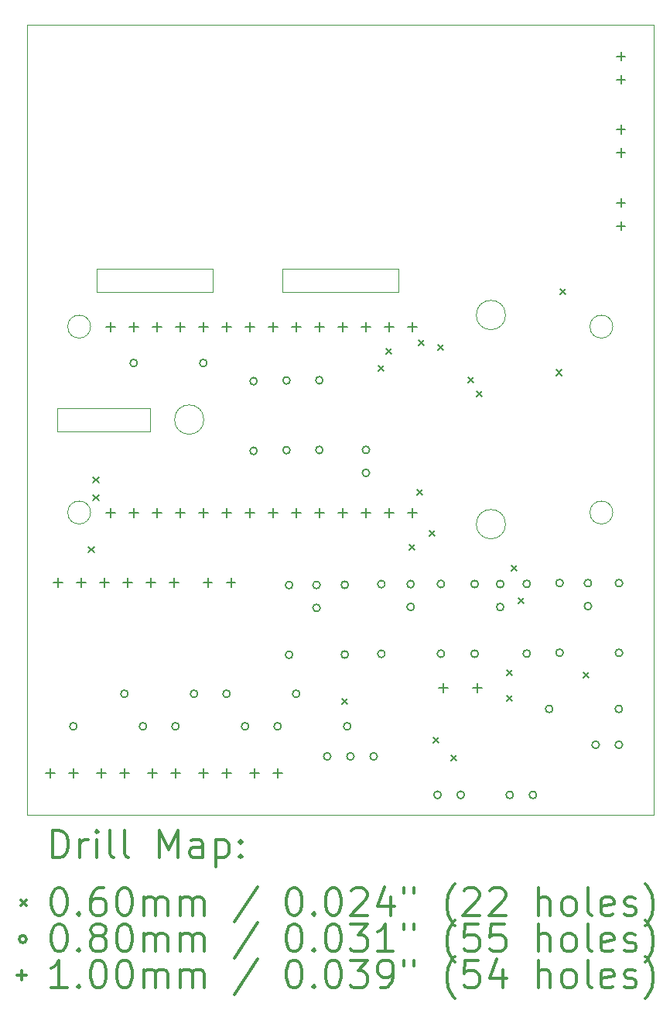
<source format=gbr>
%FSLAX45Y45*%
G04 Gerber Fmt 4.5, Leading zero omitted, Abs format (unit mm)*
G04 Created by KiCad (PCBNEW (5.1.4)-1) date 2019-12-13 15:42:25*
%MOMM*%
%LPD*%
G04 APERTURE LIST*
%ADD10C,0.100000*%
%ADD11C,0.200000*%
%ADD12C,0.300000*%
G04 APERTURE END LIST*
D10*
X4475460Y-6858000D02*
G75*
G03X4475460Y-6858000I-160000J0D01*
G01*
X3236500Y-5842000D02*
G75*
G03X3236500Y-5842000I-125000J0D01*
G01*
X3236500Y-7874000D02*
G75*
G03X3236500Y-7874000I-125000J0D01*
G01*
X8951500Y-5842000D02*
G75*
G03X8951500Y-5842000I-125000J0D01*
G01*
X7777460Y-5715000D02*
G75*
G03X7777460Y-5715000I-160000J0D01*
G01*
X7777460Y-8001000D02*
G75*
G03X7777460Y-8001000I-160000J0D01*
G01*
X8951500Y-7874000D02*
G75*
G03X8951500Y-7874000I-125000J0D01*
G01*
X4572600Y-5207000D02*
X4572600Y-5461000D01*
X3302600Y-5207000D02*
X3302600Y-5461000D01*
X3302600Y-5207000D02*
X4572600Y-5207000D01*
X3302600Y-5461000D02*
X4572600Y-5461000D01*
X5334000Y-5461000D02*
X5334000Y-5207000D01*
X6604000Y-5207000D02*
X6604000Y-5461000D01*
X5334000Y-5207000D02*
X6604000Y-5207000D01*
X5334000Y-5461000D02*
X6604000Y-5461000D01*
X2870200Y-6985000D02*
X3886200Y-6985000D01*
X3886200Y-6731000D02*
X2870200Y-6731000D01*
X2870200Y-6731000D02*
X2870200Y-6985000D01*
X2540000Y-11176000D02*
X9398000Y-11176000D01*
X9398000Y-2540000D02*
X9398000Y-11176000D01*
X2540000Y-2540000D02*
X2540000Y-11176000D01*
X3886200Y-6731000D02*
X3886200Y-6985000D01*
X2540000Y-2540000D02*
X9398000Y-2540000D01*
D11*
X3214500Y-8248368D02*
X3274500Y-8308368D01*
X3274500Y-8248368D02*
X3214500Y-8308368D01*
X3264957Y-7680065D02*
X3324957Y-7740065D01*
X3324957Y-7680065D02*
X3264957Y-7740065D01*
X3265142Y-7484880D02*
X3325142Y-7544880D01*
X3325142Y-7484880D02*
X3265142Y-7544880D01*
X5987703Y-9911241D02*
X6047703Y-9971241D01*
X6047703Y-9911241D02*
X5987703Y-9971241D01*
X6386000Y-6269000D02*
X6446000Y-6329000D01*
X6446000Y-6269000D02*
X6386000Y-6329000D01*
X6472500Y-6085000D02*
X6532500Y-6145000D01*
X6532500Y-6085000D02*
X6472500Y-6145000D01*
X6726000Y-8223000D02*
X6786000Y-8283000D01*
X6786000Y-8223000D02*
X6726000Y-8283000D01*
X6807500Y-7620000D02*
X6867500Y-7680000D01*
X6867500Y-7620000D02*
X6807500Y-7680000D01*
X6823972Y-5987500D02*
X6883972Y-6047500D01*
X6883972Y-5987500D02*
X6823972Y-6047500D01*
X6945000Y-8067500D02*
X7005000Y-8127500D01*
X7005000Y-8067500D02*
X6945000Y-8127500D01*
X6985418Y-10328820D02*
X7045418Y-10388820D01*
X7045418Y-10328820D02*
X6985418Y-10388820D01*
X7040000Y-6038986D02*
X7100000Y-6098986D01*
X7100000Y-6038986D02*
X7040000Y-6098986D01*
X7183281Y-10526937D02*
X7243281Y-10586937D01*
X7243281Y-10526937D02*
X7183281Y-10586937D01*
X7364000Y-6396000D02*
X7424000Y-6456000D01*
X7424000Y-6396000D02*
X7364000Y-6456000D01*
X7463000Y-6548600D02*
X7523000Y-6608600D01*
X7523000Y-6548600D02*
X7463000Y-6608600D01*
X7793000Y-9596800D02*
X7853000Y-9656800D01*
X7853000Y-9596800D02*
X7793000Y-9656800D01*
X7793000Y-9876200D02*
X7853000Y-9936200D01*
X7853000Y-9876200D02*
X7793000Y-9936200D01*
X7844000Y-8453600D02*
X7904000Y-8513600D01*
X7904000Y-8453600D02*
X7844000Y-8513600D01*
X7920200Y-8809200D02*
X7980200Y-8869200D01*
X7980200Y-8809200D02*
X7920200Y-8869200D01*
X8336000Y-6314000D02*
X8396000Y-6374000D01*
X8396000Y-6314000D02*
X8336000Y-6374000D01*
X8377400Y-5431000D02*
X8437400Y-5491000D01*
X8437400Y-5431000D02*
X8377400Y-5491000D01*
X8631400Y-9622000D02*
X8691400Y-9682000D01*
X8691400Y-9622000D02*
X8631400Y-9682000D01*
X7863000Y-10960000D02*
G75*
G03X7863000Y-10960000I-40000J0D01*
G01*
X8117000Y-10960000D02*
G75*
G03X8117000Y-10960000I-40000J0D01*
G01*
X8049000Y-8654000D02*
G75*
G03X8049000Y-8654000I-40000J0D01*
G01*
X8049000Y-9416000D02*
G75*
G03X8049000Y-9416000I-40000J0D01*
G01*
X8719000Y-8646000D02*
G75*
G03X8719000Y-8646000I-40000J0D01*
G01*
X8719000Y-8896000D02*
G75*
G03X8719000Y-8896000I-40000J0D01*
G01*
X3748000Y-6240000D02*
G75*
G03X3748000Y-6240000I-40000J0D01*
G01*
X4510000Y-6240000D02*
G75*
G03X4510000Y-6240000I-40000J0D01*
G01*
X9059000Y-8646000D02*
G75*
G03X9059000Y-8646000I-40000J0D01*
G01*
X9059000Y-9408000D02*
G75*
G03X9059000Y-9408000I-40000J0D01*
G01*
X5323200Y-10210800D02*
G75*
G03X5323200Y-10210800I-40000J0D01*
G01*
X6085200Y-10210800D02*
G75*
G03X6085200Y-10210800I-40000J0D01*
G01*
X5749000Y-8666000D02*
G75*
G03X5749000Y-8666000I-40000J0D01*
G01*
X5749000Y-8916000D02*
G75*
G03X5749000Y-8916000I-40000J0D01*
G01*
X8803000Y-10412500D02*
G75*
G03X8803000Y-10412500I-40000J0D01*
G01*
X9057000Y-10412500D02*
G75*
G03X9057000Y-10412500I-40000J0D01*
G01*
X5060000Y-6438000D02*
G75*
G03X5060000Y-6438000I-40000J0D01*
G01*
X5060000Y-7200000D02*
G75*
G03X5060000Y-7200000I-40000J0D01*
G01*
X7479000Y-8656000D02*
G75*
G03X7479000Y-8656000I-40000J0D01*
G01*
X7479000Y-9418000D02*
G75*
G03X7479000Y-9418000I-40000J0D01*
G01*
X8409000Y-8644000D02*
G75*
G03X8409000Y-8644000I-40000J0D01*
G01*
X8409000Y-9406000D02*
G75*
G03X8409000Y-9406000I-40000J0D01*
G01*
X4764400Y-9855200D02*
G75*
G03X4764400Y-9855200I-40000J0D01*
G01*
X5526400Y-9855200D02*
G75*
G03X5526400Y-9855200I-40000J0D01*
G01*
X5449000Y-8666000D02*
G75*
G03X5449000Y-8666000I-40000J0D01*
G01*
X5449000Y-9428000D02*
G75*
G03X5449000Y-9428000I-40000J0D01*
G01*
X6459000Y-8656000D02*
G75*
G03X6459000Y-8656000I-40000J0D01*
G01*
X6459000Y-9418000D02*
G75*
G03X6459000Y-9418000I-40000J0D01*
G01*
X8295000Y-10020000D02*
G75*
G03X8295000Y-10020000I-40000J0D01*
G01*
X9057000Y-10020000D02*
G75*
G03X9057000Y-10020000I-40000J0D01*
G01*
X3646800Y-9855200D02*
G75*
G03X3646800Y-9855200I-40000J0D01*
G01*
X4408800Y-9855200D02*
G75*
G03X4408800Y-9855200I-40000J0D01*
G01*
X4205600Y-10210800D02*
G75*
G03X4205600Y-10210800I-40000J0D01*
G01*
X4967600Y-10210800D02*
G75*
G03X4967600Y-10210800I-40000J0D01*
G01*
X6059000Y-8664000D02*
G75*
G03X6059000Y-8664000I-40000J0D01*
G01*
X6059000Y-9426000D02*
G75*
G03X6059000Y-9426000I-40000J0D01*
G01*
X7110000Y-8655000D02*
G75*
G03X7110000Y-8655000I-40000J0D01*
G01*
X7110000Y-9417000D02*
G75*
G03X7110000Y-9417000I-40000J0D01*
G01*
X7759000Y-8656000D02*
G75*
G03X7759000Y-8656000I-40000J0D01*
G01*
X7759000Y-8906000D02*
G75*
G03X7759000Y-8906000I-40000J0D01*
G01*
X5780000Y-6428000D02*
G75*
G03X5780000Y-6428000I-40000J0D01*
G01*
X5780000Y-7190000D02*
G75*
G03X5780000Y-7190000I-40000J0D01*
G01*
X6779000Y-8656000D02*
G75*
G03X6779000Y-8656000I-40000J0D01*
G01*
X6779000Y-8906000D02*
G75*
G03X6779000Y-8906000I-40000J0D01*
G01*
X7073000Y-10960000D02*
G75*
G03X7073000Y-10960000I-40000J0D01*
G01*
X7327000Y-10960000D02*
G75*
G03X7327000Y-10960000I-40000J0D01*
G01*
X5420000Y-6430000D02*
G75*
G03X5420000Y-6430000I-40000J0D01*
G01*
X5420000Y-7192000D02*
G75*
G03X5420000Y-7192000I-40000J0D01*
G01*
X3088000Y-10210800D02*
G75*
G03X3088000Y-10210800I-40000J0D01*
G01*
X3850000Y-10210800D02*
G75*
G03X3850000Y-10210800I-40000J0D01*
G01*
X6290000Y-7190000D02*
G75*
G03X6290000Y-7190000I-40000J0D01*
G01*
X6290000Y-7440000D02*
G75*
G03X6290000Y-7440000I-40000J0D01*
G01*
X5866000Y-10540000D02*
G75*
G03X5866000Y-10540000I-40000J0D01*
G01*
X6120000Y-10540000D02*
G75*
G03X6120000Y-10540000I-40000J0D01*
G01*
X6374000Y-10540000D02*
G75*
G03X6374000Y-10540000I-40000J0D01*
G01*
X7095236Y-9737890D02*
X7095236Y-9837890D01*
X7045236Y-9787890D02*
X7145236Y-9787890D01*
X7470256Y-9738398D02*
X7470256Y-9838398D01*
X7420256Y-9788398D02*
X7520256Y-9788398D01*
X5029200Y-10668800D02*
X5029200Y-10768800D01*
X4979200Y-10718800D02*
X5079200Y-10718800D01*
X5283200Y-10668800D02*
X5283200Y-10768800D01*
X5233200Y-10718800D02*
X5333200Y-10718800D01*
X4470400Y-10668800D02*
X4470400Y-10768800D01*
X4420400Y-10718800D02*
X4520400Y-10718800D01*
X4724400Y-10668800D02*
X4724400Y-10768800D01*
X4674400Y-10718800D02*
X4774400Y-10718800D01*
X3911600Y-10668800D02*
X3911600Y-10768800D01*
X3861600Y-10718800D02*
X3961600Y-10718800D01*
X4165600Y-10668800D02*
X4165600Y-10768800D01*
X4115600Y-10718800D02*
X4215600Y-10718800D01*
X4519000Y-8586000D02*
X4519000Y-8686000D01*
X4469000Y-8636000D02*
X4569000Y-8636000D01*
X4773000Y-8586000D02*
X4773000Y-8686000D01*
X4723000Y-8636000D02*
X4823000Y-8636000D01*
X3454500Y-5792000D02*
X3454500Y-5892000D01*
X3404500Y-5842000D02*
X3504500Y-5842000D01*
X3454500Y-7824000D02*
X3454500Y-7924000D01*
X3404500Y-7874000D02*
X3504500Y-7874000D01*
X3708500Y-5792000D02*
X3708500Y-5892000D01*
X3658500Y-5842000D02*
X3758500Y-5842000D01*
X3708500Y-7824000D02*
X3708500Y-7924000D01*
X3658500Y-7874000D02*
X3758500Y-7874000D01*
X3962500Y-5792000D02*
X3962500Y-5892000D01*
X3912500Y-5842000D02*
X4012500Y-5842000D01*
X3962500Y-7824000D02*
X3962500Y-7924000D01*
X3912500Y-7874000D02*
X4012500Y-7874000D01*
X4216500Y-5792000D02*
X4216500Y-5892000D01*
X4166500Y-5842000D02*
X4266500Y-5842000D01*
X4216500Y-7824000D02*
X4216500Y-7924000D01*
X4166500Y-7874000D02*
X4266500Y-7874000D01*
X4470500Y-5792000D02*
X4470500Y-5892000D01*
X4420500Y-5842000D02*
X4520500Y-5842000D01*
X4470500Y-7824000D02*
X4470500Y-7924000D01*
X4420500Y-7874000D02*
X4520500Y-7874000D01*
X4724500Y-5792000D02*
X4724500Y-5892000D01*
X4674500Y-5842000D02*
X4774500Y-5842000D01*
X4724500Y-7824000D02*
X4724500Y-7924000D01*
X4674500Y-7874000D02*
X4774500Y-7874000D01*
X4978500Y-5792000D02*
X4978500Y-5892000D01*
X4928500Y-5842000D02*
X5028500Y-5842000D01*
X4978500Y-7824000D02*
X4978500Y-7924000D01*
X4928500Y-7874000D02*
X5028500Y-7874000D01*
X5232500Y-5792000D02*
X5232500Y-5892000D01*
X5182500Y-5842000D02*
X5282500Y-5842000D01*
X5232500Y-7824000D02*
X5232500Y-7924000D01*
X5182500Y-7874000D02*
X5282500Y-7874000D01*
X5486500Y-5792000D02*
X5486500Y-5892000D01*
X5436500Y-5842000D02*
X5536500Y-5842000D01*
X5486500Y-7824000D02*
X5486500Y-7924000D01*
X5436500Y-7874000D02*
X5536500Y-7874000D01*
X5740500Y-5792000D02*
X5740500Y-5892000D01*
X5690500Y-5842000D02*
X5790500Y-5842000D01*
X5740500Y-7824000D02*
X5740500Y-7924000D01*
X5690500Y-7874000D02*
X5790500Y-7874000D01*
X5994500Y-5792000D02*
X5994500Y-5892000D01*
X5944500Y-5842000D02*
X6044500Y-5842000D01*
X5994500Y-7824000D02*
X5994500Y-7924000D01*
X5944500Y-7874000D02*
X6044500Y-7874000D01*
X6248500Y-5792000D02*
X6248500Y-5892000D01*
X6198500Y-5842000D02*
X6298500Y-5842000D01*
X6248500Y-7824000D02*
X6248500Y-7924000D01*
X6198500Y-7874000D02*
X6298500Y-7874000D01*
X6502500Y-5792000D02*
X6502500Y-5892000D01*
X6452500Y-5842000D02*
X6552500Y-5842000D01*
X6502500Y-7824000D02*
X6502500Y-7924000D01*
X6452500Y-7874000D02*
X6552500Y-7874000D01*
X6756500Y-5792000D02*
X6756500Y-5892000D01*
X6706500Y-5842000D02*
X6806500Y-5842000D01*
X6756500Y-7824000D02*
X6756500Y-7924000D01*
X6706500Y-7874000D02*
X6806500Y-7874000D01*
X9040000Y-3636000D02*
X9040000Y-3736000D01*
X8990000Y-3686000D02*
X9090000Y-3686000D01*
X9040000Y-3890000D02*
X9040000Y-3990000D01*
X8990000Y-3940000D02*
X9090000Y-3940000D01*
X2883000Y-8586000D02*
X2883000Y-8686000D01*
X2833000Y-8636000D02*
X2933000Y-8636000D01*
X3137000Y-8586000D02*
X3137000Y-8686000D01*
X3087000Y-8636000D02*
X3187000Y-8636000D01*
X3391000Y-8586000D02*
X3391000Y-8686000D01*
X3341000Y-8636000D02*
X3441000Y-8636000D01*
X3645000Y-8586000D02*
X3645000Y-8686000D01*
X3595000Y-8636000D02*
X3695000Y-8636000D01*
X3899000Y-8586000D02*
X3899000Y-8686000D01*
X3849000Y-8636000D02*
X3949000Y-8636000D01*
X4153000Y-8586000D02*
X4153000Y-8686000D01*
X4103000Y-8636000D02*
X4203000Y-8636000D01*
X3352800Y-10668800D02*
X3352800Y-10768800D01*
X3302800Y-10718800D02*
X3402800Y-10718800D01*
X3606800Y-10668800D02*
X3606800Y-10768800D01*
X3556800Y-10718800D02*
X3656800Y-10718800D01*
X9040000Y-4436000D02*
X9040000Y-4536000D01*
X8990000Y-4486000D02*
X9090000Y-4486000D01*
X9040000Y-4690000D02*
X9040000Y-4790000D01*
X8990000Y-4740000D02*
X9090000Y-4740000D01*
X2794000Y-10668800D02*
X2794000Y-10768800D01*
X2744000Y-10718800D02*
X2844000Y-10718800D01*
X3048000Y-10668800D02*
X3048000Y-10768800D01*
X2998000Y-10718800D02*
X3098000Y-10718800D01*
X9040000Y-2836000D02*
X9040000Y-2936000D01*
X8990000Y-2886000D02*
X9090000Y-2886000D01*
X9040000Y-3090000D02*
X9040000Y-3190000D01*
X8990000Y-3140000D02*
X9090000Y-3140000D01*
D12*
X2821428Y-11646714D02*
X2821428Y-11346714D01*
X2892857Y-11346714D01*
X2935714Y-11361000D01*
X2964286Y-11389571D01*
X2978571Y-11418143D01*
X2992857Y-11475286D01*
X2992857Y-11518143D01*
X2978571Y-11575286D01*
X2964286Y-11603857D01*
X2935714Y-11632429D01*
X2892857Y-11646714D01*
X2821428Y-11646714D01*
X3121428Y-11646714D02*
X3121428Y-11446714D01*
X3121428Y-11503857D02*
X3135714Y-11475286D01*
X3150000Y-11461000D01*
X3178571Y-11446714D01*
X3207143Y-11446714D01*
X3307143Y-11646714D02*
X3307143Y-11446714D01*
X3307143Y-11346714D02*
X3292857Y-11361000D01*
X3307143Y-11375286D01*
X3321428Y-11361000D01*
X3307143Y-11346714D01*
X3307143Y-11375286D01*
X3492857Y-11646714D02*
X3464286Y-11632429D01*
X3450000Y-11603857D01*
X3450000Y-11346714D01*
X3650000Y-11646714D02*
X3621428Y-11632429D01*
X3607143Y-11603857D01*
X3607143Y-11346714D01*
X3992857Y-11646714D02*
X3992857Y-11346714D01*
X4092857Y-11561000D01*
X4192857Y-11346714D01*
X4192857Y-11646714D01*
X4464286Y-11646714D02*
X4464286Y-11489571D01*
X4450000Y-11461000D01*
X4421428Y-11446714D01*
X4364286Y-11446714D01*
X4335714Y-11461000D01*
X4464286Y-11632429D02*
X4435714Y-11646714D01*
X4364286Y-11646714D01*
X4335714Y-11632429D01*
X4321428Y-11603857D01*
X4321428Y-11575286D01*
X4335714Y-11546714D01*
X4364286Y-11532429D01*
X4435714Y-11532429D01*
X4464286Y-11518143D01*
X4607143Y-11446714D02*
X4607143Y-11746714D01*
X4607143Y-11461000D02*
X4635714Y-11446714D01*
X4692857Y-11446714D01*
X4721428Y-11461000D01*
X4735714Y-11475286D01*
X4750000Y-11503857D01*
X4750000Y-11589571D01*
X4735714Y-11618143D01*
X4721428Y-11632429D01*
X4692857Y-11646714D01*
X4635714Y-11646714D01*
X4607143Y-11632429D01*
X4878571Y-11618143D02*
X4892857Y-11632429D01*
X4878571Y-11646714D01*
X4864286Y-11632429D01*
X4878571Y-11618143D01*
X4878571Y-11646714D01*
X4878571Y-11461000D02*
X4892857Y-11475286D01*
X4878571Y-11489571D01*
X4864286Y-11475286D01*
X4878571Y-11461000D01*
X4878571Y-11489571D01*
X2475000Y-12111000D02*
X2535000Y-12171000D01*
X2535000Y-12111000D02*
X2475000Y-12171000D01*
X2878571Y-11976714D02*
X2907143Y-11976714D01*
X2935714Y-11991000D01*
X2950000Y-12005286D01*
X2964286Y-12033857D01*
X2978571Y-12091000D01*
X2978571Y-12162429D01*
X2964286Y-12219571D01*
X2950000Y-12248143D01*
X2935714Y-12262429D01*
X2907143Y-12276714D01*
X2878571Y-12276714D01*
X2850000Y-12262429D01*
X2835714Y-12248143D01*
X2821428Y-12219571D01*
X2807143Y-12162429D01*
X2807143Y-12091000D01*
X2821428Y-12033857D01*
X2835714Y-12005286D01*
X2850000Y-11991000D01*
X2878571Y-11976714D01*
X3107143Y-12248143D02*
X3121428Y-12262429D01*
X3107143Y-12276714D01*
X3092857Y-12262429D01*
X3107143Y-12248143D01*
X3107143Y-12276714D01*
X3378571Y-11976714D02*
X3321428Y-11976714D01*
X3292857Y-11991000D01*
X3278571Y-12005286D01*
X3250000Y-12048143D01*
X3235714Y-12105286D01*
X3235714Y-12219571D01*
X3250000Y-12248143D01*
X3264286Y-12262429D01*
X3292857Y-12276714D01*
X3350000Y-12276714D01*
X3378571Y-12262429D01*
X3392857Y-12248143D01*
X3407143Y-12219571D01*
X3407143Y-12148143D01*
X3392857Y-12119571D01*
X3378571Y-12105286D01*
X3350000Y-12091000D01*
X3292857Y-12091000D01*
X3264286Y-12105286D01*
X3250000Y-12119571D01*
X3235714Y-12148143D01*
X3592857Y-11976714D02*
X3621428Y-11976714D01*
X3650000Y-11991000D01*
X3664286Y-12005286D01*
X3678571Y-12033857D01*
X3692857Y-12091000D01*
X3692857Y-12162429D01*
X3678571Y-12219571D01*
X3664286Y-12248143D01*
X3650000Y-12262429D01*
X3621428Y-12276714D01*
X3592857Y-12276714D01*
X3564286Y-12262429D01*
X3550000Y-12248143D01*
X3535714Y-12219571D01*
X3521428Y-12162429D01*
X3521428Y-12091000D01*
X3535714Y-12033857D01*
X3550000Y-12005286D01*
X3564286Y-11991000D01*
X3592857Y-11976714D01*
X3821428Y-12276714D02*
X3821428Y-12076714D01*
X3821428Y-12105286D02*
X3835714Y-12091000D01*
X3864286Y-12076714D01*
X3907143Y-12076714D01*
X3935714Y-12091000D01*
X3950000Y-12119571D01*
X3950000Y-12276714D01*
X3950000Y-12119571D02*
X3964286Y-12091000D01*
X3992857Y-12076714D01*
X4035714Y-12076714D01*
X4064286Y-12091000D01*
X4078571Y-12119571D01*
X4078571Y-12276714D01*
X4221428Y-12276714D02*
X4221428Y-12076714D01*
X4221428Y-12105286D02*
X4235714Y-12091000D01*
X4264286Y-12076714D01*
X4307143Y-12076714D01*
X4335714Y-12091000D01*
X4350000Y-12119571D01*
X4350000Y-12276714D01*
X4350000Y-12119571D02*
X4364286Y-12091000D01*
X4392857Y-12076714D01*
X4435714Y-12076714D01*
X4464286Y-12091000D01*
X4478571Y-12119571D01*
X4478571Y-12276714D01*
X5064286Y-11962429D02*
X4807143Y-12348143D01*
X5450000Y-11976714D02*
X5478571Y-11976714D01*
X5507143Y-11991000D01*
X5521428Y-12005286D01*
X5535714Y-12033857D01*
X5550000Y-12091000D01*
X5550000Y-12162429D01*
X5535714Y-12219571D01*
X5521428Y-12248143D01*
X5507143Y-12262429D01*
X5478571Y-12276714D01*
X5450000Y-12276714D01*
X5421428Y-12262429D01*
X5407143Y-12248143D01*
X5392857Y-12219571D01*
X5378571Y-12162429D01*
X5378571Y-12091000D01*
X5392857Y-12033857D01*
X5407143Y-12005286D01*
X5421428Y-11991000D01*
X5450000Y-11976714D01*
X5678571Y-12248143D02*
X5692857Y-12262429D01*
X5678571Y-12276714D01*
X5664286Y-12262429D01*
X5678571Y-12248143D01*
X5678571Y-12276714D01*
X5878571Y-11976714D02*
X5907143Y-11976714D01*
X5935714Y-11991000D01*
X5950000Y-12005286D01*
X5964286Y-12033857D01*
X5978571Y-12091000D01*
X5978571Y-12162429D01*
X5964286Y-12219571D01*
X5950000Y-12248143D01*
X5935714Y-12262429D01*
X5907143Y-12276714D01*
X5878571Y-12276714D01*
X5850000Y-12262429D01*
X5835714Y-12248143D01*
X5821428Y-12219571D01*
X5807143Y-12162429D01*
X5807143Y-12091000D01*
X5821428Y-12033857D01*
X5835714Y-12005286D01*
X5850000Y-11991000D01*
X5878571Y-11976714D01*
X6092857Y-12005286D02*
X6107143Y-11991000D01*
X6135714Y-11976714D01*
X6207143Y-11976714D01*
X6235714Y-11991000D01*
X6250000Y-12005286D01*
X6264286Y-12033857D01*
X6264286Y-12062429D01*
X6250000Y-12105286D01*
X6078571Y-12276714D01*
X6264286Y-12276714D01*
X6521428Y-12076714D02*
X6521428Y-12276714D01*
X6450000Y-11962429D02*
X6378571Y-12176714D01*
X6564286Y-12176714D01*
X6664286Y-11976714D02*
X6664286Y-12033857D01*
X6778571Y-11976714D02*
X6778571Y-12033857D01*
X7221428Y-12391000D02*
X7207143Y-12376714D01*
X7178571Y-12333857D01*
X7164286Y-12305286D01*
X7150000Y-12262429D01*
X7135714Y-12191000D01*
X7135714Y-12133857D01*
X7150000Y-12062429D01*
X7164286Y-12019571D01*
X7178571Y-11991000D01*
X7207143Y-11948143D01*
X7221428Y-11933857D01*
X7321428Y-12005286D02*
X7335714Y-11991000D01*
X7364286Y-11976714D01*
X7435714Y-11976714D01*
X7464286Y-11991000D01*
X7478571Y-12005286D01*
X7492857Y-12033857D01*
X7492857Y-12062429D01*
X7478571Y-12105286D01*
X7307143Y-12276714D01*
X7492857Y-12276714D01*
X7607143Y-12005286D02*
X7621428Y-11991000D01*
X7650000Y-11976714D01*
X7721428Y-11976714D01*
X7750000Y-11991000D01*
X7764286Y-12005286D01*
X7778571Y-12033857D01*
X7778571Y-12062429D01*
X7764286Y-12105286D01*
X7592857Y-12276714D01*
X7778571Y-12276714D01*
X8135714Y-12276714D02*
X8135714Y-11976714D01*
X8264286Y-12276714D02*
X8264286Y-12119571D01*
X8250000Y-12091000D01*
X8221428Y-12076714D01*
X8178571Y-12076714D01*
X8150000Y-12091000D01*
X8135714Y-12105286D01*
X8450000Y-12276714D02*
X8421428Y-12262429D01*
X8407143Y-12248143D01*
X8392857Y-12219571D01*
X8392857Y-12133857D01*
X8407143Y-12105286D01*
X8421428Y-12091000D01*
X8450000Y-12076714D01*
X8492857Y-12076714D01*
X8521428Y-12091000D01*
X8535714Y-12105286D01*
X8550000Y-12133857D01*
X8550000Y-12219571D01*
X8535714Y-12248143D01*
X8521428Y-12262429D01*
X8492857Y-12276714D01*
X8450000Y-12276714D01*
X8721428Y-12276714D02*
X8692857Y-12262429D01*
X8678571Y-12233857D01*
X8678571Y-11976714D01*
X8950000Y-12262429D02*
X8921428Y-12276714D01*
X8864286Y-12276714D01*
X8835714Y-12262429D01*
X8821428Y-12233857D01*
X8821428Y-12119571D01*
X8835714Y-12091000D01*
X8864286Y-12076714D01*
X8921428Y-12076714D01*
X8950000Y-12091000D01*
X8964286Y-12119571D01*
X8964286Y-12148143D01*
X8821428Y-12176714D01*
X9078571Y-12262429D02*
X9107143Y-12276714D01*
X9164286Y-12276714D01*
X9192857Y-12262429D01*
X9207143Y-12233857D01*
X9207143Y-12219571D01*
X9192857Y-12191000D01*
X9164286Y-12176714D01*
X9121428Y-12176714D01*
X9092857Y-12162429D01*
X9078571Y-12133857D01*
X9078571Y-12119571D01*
X9092857Y-12091000D01*
X9121428Y-12076714D01*
X9164286Y-12076714D01*
X9192857Y-12091000D01*
X9307143Y-12391000D02*
X9321428Y-12376714D01*
X9350000Y-12333857D01*
X9364286Y-12305286D01*
X9378571Y-12262429D01*
X9392857Y-12191000D01*
X9392857Y-12133857D01*
X9378571Y-12062429D01*
X9364286Y-12019571D01*
X9350000Y-11991000D01*
X9321428Y-11948143D01*
X9307143Y-11933857D01*
X2535000Y-12537000D02*
G75*
G03X2535000Y-12537000I-40000J0D01*
G01*
X2878571Y-12372714D02*
X2907143Y-12372714D01*
X2935714Y-12387000D01*
X2950000Y-12401286D01*
X2964286Y-12429857D01*
X2978571Y-12487000D01*
X2978571Y-12558429D01*
X2964286Y-12615571D01*
X2950000Y-12644143D01*
X2935714Y-12658429D01*
X2907143Y-12672714D01*
X2878571Y-12672714D01*
X2850000Y-12658429D01*
X2835714Y-12644143D01*
X2821428Y-12615571D01*
X2807143Y-12558429D01*
X2807143Y-12487000D01*
X2821428Y-12429857D01*
X2835714Y-12401286D01*
X2850000Y-12387000D01*
X2878571Y-12372714D01*
X3107143Y-12644143D02*
X3121428Y-12658429D01*
X3107143Y-12672714D01*
X3092857Y-12658429D01*
X3107143Y-12644143D01*
X3107143Y-12672714D01*
X3292857Y-12501286D02*
X3264286Y-12487000D01*
X3250000Y-12472714D01*
X3235714Y-12444143D01*
X3235714Y-12429857D01*
X3250000Y-12401286D01*
X3264286Y-12387000D01*
X3292857Y-12372714D01*
X3350000Y-12372714D01*
X3378571Y-12387000D01*
X3392857Y-12401286D01*
X3407143Y-12429857D01*
X3407143Y-12444143D01*
X3392857Y-12472714D01*
X3378571Y-12487000D01*
X3350000Y-12501286D01*
X3292857Y-12501286D01*
X3264286Y-12515571D01*
X3250000Y-12529857D01*
X3235714Y-12558429D01*
X3235714Y-12615571D01*
X3250000Y-12644143D01*
X3264286Y-12658429D01*
X3292857Y-12672714D01*
X3350000Y-12672714D01*
X3378571Y-12658429D01*
X3392857Y-12644143D01*
X3407143Y-12615571D01*
X3407143Y-12558429D01*
X3392857Y-12529857D01*
X3378571Y-12515571D01*
X3350000Y-12501286D01*
X3592857Y-12372714D02*
X3621428Y-12372714D01*
X3650000Y-12387000D01*
X3664286Y-12401286D01*
X3678571Y-12429857D01*
X3692857Y-12487000D01*
X3692857Y-12558429D01*
X3678571Y-12615571D01*
X3664286Y-12644143D01*
X3650000Y-12658429D01*
X3621428Y-12672714D01*
X3592857Y-12672714D01*
X3564286Y-12658429D01*
X3550000Y-12644143D01*
X3535714Y-12615571D01*
X3521428Y-12558429D01*
X3521428Y-12487000D01*
X3535714Y-12429857D01*
X3550000Y-12401286D01*
X3564286Y-12387000D01*
X3592857Y-12372714D01*
X3821428Y-12672714D02*
X3821428Y-12472714D01*
X3821428Y-12501286D02*
X3835714Y-12487000D01*
X3864286Y-12472714D01*
X3907143Y-12472714D01*
X3935714Y-12487000D01*
X3950000Y-12515571D01*
X3950000Y-12672714D01*
X3950000Y-12515571D02*
X3964286Y-12487000D01*
X3992857Y-12472714D01*
X4035714Y-12472714D01*
X4064286Y-12487000D01*
X4078571Y-12515571D01*
X4078571Y-12672714D01*
X4221428Y-12672714D02*
X4221428Y-12472714D01*
X4221428Y-12501286D02*
X4235714Y-12487000D01*
X4264286Y-12472714D01*
X4307143Y-12472714D01*
X4335714Y-12487000D01*
X4350000Y-12515571D01*
X4350000Y-12672714D01*
X4350000Y-12515571D02*
X4364286Y-12487000D01*
X4392857Y-12472714D01*
X4435714Y-12472714D01*
X4464286Y-12487000D01*
X4478571Y-12515571D01*
X4478571Y-12672714D01*
X5064286Y-12358429D02*
X4807143Y-12744143D01*
X5450000Y-12372714D02*
X5478571Y-12372714D01*
X5507143Y-12387000D01*
X5521428Y-12401286D01*
X5535714Y-12429857D01*
X5550000Y-12487000D01*
X5550000Y-12558429D01*
X5535714Y-12615571D01*
X5521428Y-12644143D01*
X5507143Y-12658429D01*
X5478571Y-12672714D01*
X5450000Y-12672714D01*
X5421428Y-12658429D01*
X5407143Y-12644143D01*
X5392857Y-12615571D01*
X5378571Y-12558429D01*
X5378571Y-12487000D01*
X5392857Y-12429857D01*
X5407143Y-12401286D01*
X5421428Y-12387000D01*
X5450000Y-12372714D01*
X5678571Y-12644143D02*
X5692857Y-12658429D01*
X5678571Y-12672714D01*
X5664286Y-12658429D01*
X5678571Y-12644143D01*
X5678571Y-12672714D01*
X5878571Y-12372714D02*
X5907143Y-12372714D01*
X5935714Y-12387000D01*
X5950000Y-12401286D01*
X5964286Y-12429857D01*
X5978571Y-12487000D01*
X5978571Y-12558429D01*
X5964286Y-12615571D01*
X5950000Y-12644143D01*
X5935714Y-12658429D01*
X5907143Y-12672714D01*
X5878571Y-12672714D01*
X5850000Y-12658429D01*
X5835714Y-12644143D01*
X5821428Y-12615571D01*
X5807143Y-12558429D01*
X5807143Y-12487000D01*
X5821428Y-12429857D01*
X5835714Y-12401286D01*
X5850000Y-12387000D01*
X5878571Y-12372714D01*
X6078571Y-12372714D02*
X6264286Y-12372714D01*
X6164286Y-12487000D01*
X6207143Y-12487000D01*
X6235714Y-12501286D01*
X6250000Y-12515571D01*
X6264286Y-12544143D01*
X6264286Y-12615571D01*
X6250000Y-12644143D01*
X6235714Y-12658429D01*
X6207143Y-12672714D01*
X6121428Y-12672714D01*
X6092857Y-12658429D01*
X6078571Y-12644143D01*
X6550000Y-12672714D02*
X6378571Y-12672714D01*
X6464286Y-12672714D02*
X6464286Y-12372714D01*
X6435714Y-12415571D01*
X6407143Y-12444143D01*
X6378571Y-12458429D01*
X6664286Y-12372714D02*
X6664286Y-12429857D01*
X6778571Y-12372714D02*
X6778571Y-12429857D01*
X7221428Y-12787000D02*
X7207143Y-12772714D01*
X7178571Y-12729857D01*
X7164286Y-12701286D01*
X7150000Y-12658429D01*
X7135714Y-12587000D01*
X7135714Y-12529857D01*
X7150000Y-12458429D01*
X7164286Y-12415571D01*
X7178571Y-12387000D01*
X7207143Y-12344143D01*
X7221428Y-12329857D01*
X7478571Y-12372714D02*
X7335714Y-12372714D01*
X7321428Y-12515571D01*
X7335714Y-12501286D01*
X7364286Y-12487000D01*
X7435714Y-12487000D01*
X7464286Y-12501286D01*
X7478571Y-12515571D01*
X7492857Y-12544143D01*
X7492857Y-12615571D01*
X7478571Y-12644143D01*
X7464286Y-12658429D01*
X7435714Y-12672714D01*
X7364286Y-12672714D01*
X7335714Y-12658429D01*
X7321428Y-12644143D01*
X7764286Y-12372714D02*
X7621428Y-12372714D01*
X7607143Y-12515571D01*
X7621428Y-12501286D01*
X7650000Y-12487000D01*
X7721428Y-12487000D01*
X7750000Y-12501286D01*
X7764286Y-12515571D01*
X7778571Y-12544143D01*
X7778571Y-12615571D01*
X7764286Y-12644143D01*
X7750000Y-12658429D01*
X7721428Y-12672714D01*
X7650000Y-12672714D01*
X7621428Y-12658429D01*
X7607143Y-12644143D01*
X8135714Y-12672714D02*
X8135714Y-12372714D01*
X8264286Y-12672714D02*
X8264286Y-12515571D01*
X8250000Y-12487000D01*
X8221428Y-12472714D01*
X8178571Y-12472714D01*
X8150000Y-12487000D01*
X8135714Y-12501286D01*
X8450000Y-12672714D02*
X8421428Y-12658429D01*
X8407143Y-12644143D01*
X8392857Y-12615571D01*
X8392857Y-12529857D01*
X8407143Y-12501286D01*
X8421428Y-12487000D01*
X8450000Y-12472714D01*
X8492857Y-12472714D01*
X8521428Y-12487000D01*
X8535714Y-12501286D01*
X8550000Y-12529857D01*
X8550000Y-12615571D01*
X8535714Y-12644143D01*
X8521428Y-12658429D01*
X8492857Y-12672714D01*
X8450000Y-12672714D01*
X8721428Y-12672714D02*
X8692857Y-12658429D01*
X8678571Y-12629857D01*
X8678571Y-12372714D01*
X8950000Y-12658429D02*
X8921428Y-12672714D01*
X8864286Y-12672714D01*
X8835714Y-12658429D01*
X8821428Y-12629857D01*
X8821428Y-12515571D01*
X8835714Y-12487000D01*
X8864286Y-12472714D01*
X8921428Y-12472714D01*
X8950000Y-12487000D01*
X8964286Y-12515571D01*
X8964286Y-12544143D01*
X8821428Y-12572714D01*
X9078571Y-12658429D02*
X9107143Y-12672714D01*
X9164286Y-12672714D01*
X9192857Y-12658429D01*
X9207143Y-12629857D01*
X9207143Y-12615571D01*
X9192857Y-12587000D01*
X9164286Y-12572714D01*
X9121428Y-12572714D01*
X9092857Y-12558429D01*
X9078571Y-12529857D01*
X9078571Y-12515571D01*
X9092857Y-12487000D01*
X9121428Y-12472714D01*
X9164286Y-12472714D01*
X9192857Y-12487000D01*
X9307143Y-12787000D02*
X9321428Y-12772714D01*
X9350000Y-12729857D01*
X9364286Y-12701286D01*
X9378571Y-12658429D01*
X9392857Y-12587000D01*
X9392857Y-12529857D01*
X9378571Y-12458429D01*
X9364286Y-12415571D01*
X9350000Y-12387000D01*
X9321428Y-12344143D01*
X9307143Y-12329857D01*
X2485000Y-12883000D02*
X2485000Y-12983000D01*
X2435000Y-12933000D02*
X2535000Y-12933000D01*
X2978571Y-13068714D02*
X2807143Y-13068714D01*
X2892857Y-13068714D02*
X2892857Y-12768714D01*
X2864286Y-12811571D01*
X2835714Y-12840143D01*
X2807143Y-12854429D01*
X3107143Y-13040143D02*
X3121428Y-13054429D01*
X3107143Y-13068714D01*
X3092857Y-13054429D01*
X3107143Y-13040143D01*
X3107143Y-13068714D01*
X3307143Y-12768714D02*
X3335714Y-12768714D01*
X3364286Y-12783000D01*
X3378571Y-12797286D01*
X3392857Y-12825857D01*
X3407143Y-12883000D01*
X3407143Y-12954429D01*
X3392857Y-13011571D01*
X3378571Y-13040143D01*
X3364286Y-13054429D01*
X3335714Y-13068714D01*
X3307143Y-13068714D01*
X3278571Y-13054429D01*
X3264286Y-13040143D01*
X3250000Y-13011571D01*
X3235714Y-12954429D01*
X3235714Y-12883000D01*
X3250000Y-12825857D01*
X3264286Y-12797286D01*
X3278571Y-12783000D01*
X3307143Y-12768714D01*
X3592857Y-12768714D02*
X3621428Y-12768714D01*
X3650000Y-12783000D01*
X3664286Y-12797286D01*
X3678571Y-12825857D01*
X3692857Y-12883000D01*
X3692857Y-12954429D01*
X3678571Y-13011571D01*
X3664286Y-13040143D01*
X3650000Y-13054429D01*
X3621428Y-13068714D01*
X3592857Y-13068714D01*
X3564286Y-13054429D01*
X3550000Y-13040143D01*
X3535714Y-13011571D01*
X3521428Y-12954429D01*
X3521428Y-12883000D01*
X3535714Y-12825857D01*
X3550000Y-12797286D01*
X3564286Y-12783000D01*
X3592857Y-12768714D01*
X3821428Y-13068714D02*
X3821428Y-12868714D01*
X3821428Y-12897286D02*
X3835714Y-12883000D01*
X3864286Y-12868714D01*
X3907143Y-12868714D01*
X3935714Y-12883000D01*
X3950000Y-12911571D01*
X3950000Y-13068714D01*
X3950000Y-12911571D02*
X3964286Y-12883000D01*
X3992857Y-12868714D01*
X4035714Y-12868714D01*
X4064286Y-12883000D01*
X4078571Y-12911571D01*
X4078571Y-13068714D01*
X4221428Y-13068714D02*
X4221428Y-12868714D01*
X4221428Y-12897286D02*
X4235714Y-12883000D01*
X4264286Y-12868714D01*
X4307143Y-12868714D01*
X4335714Y-12883000D01*
X4350000Y-12911571D01*
X4350000Y-13068714D01*
X4350000Y-12911571D02*
X4364286Y-12883000D01*
X4392857Y-12868714D01*
X4435714Y-12868714D01*
X4464286Y-12883000D01*
X4478571Y-12911571D01*
X4478571Y-13068714D01*
X5064286Y-12754429D02*
X4807143Y-13140143D01*
X5450000Y-12768714D02*
X5478571Y-12768714D01*
X5507143Y-12783000D01*
X5521428Y-12797286D01*
X5535714Y-12825857D01*
X5550000Y-12883000D01*
X5550000Y-12954429D01*
X5535714Y-13011571D01*
X5521428Y-13040143D01*
X5507143Y-13054429D01*
X5478571Y-13068714D01*
X5450000Y-13068714D01*
X5421428Y-13054429D01*
X5407143Y-13040143D01*
X5392857Y-13011571D01*
X5378571Y-12954429D01*
X5378571Y-12883000D01*
X5392857Y-12825857D01*
X5407143Y-12797286D01*
X5421428Y-12783000D01*
X5450000Y-12768714D01*
X5678571Y-13040143D02*
X5692857Y-13054429D01*
X5678571Y-13068714D01*
X5664286Y-13054429D01*
X5678571Y-13040143D01*
X5678571Y-13068714D01*
X5878571Y-12768714D02*
X5907143Y-12768714D01*
X5935714Y-12783000D01*
X5950000Y-12797286D01*
X5964286Y-12825857D01*
X5978571Y-12883000D01*
X5978571Y-12954429D01*
X5964286Y-13011571D01*
X5950000Y-13040143D01*
X5935714Y-13054429D01*
X5907143Y-13068714D01*
X5878571Y-13068714D01*
X5850000Y-13054429D01*
X5835714Y-13040143D01*
X5821428Y-13011571D01*
X5807143Y-12954429D01*
X5807143Y-12883000D01*
X5821428Y-12825857D01*
X5835714Y-12797286D01*
X5850000Y-12783000D01*
X5878571Y-12768714D01*
X6078571Y-12768714D02*
X6264286Y-12768714D01*
X6164286Y-12883000D01*
X6207143Y-12883000D01*
X6235714Y-12897286D01*
X6250000Y-12911571D01*
X6264286Y-12940143D01*
X6264286Y-13011571D01*
X6250000Y-13040143D01*
X6235714Y-13054429D01*
X6207143Y-13068714D01*
X6121428Y-13068714D01*
X6092857Y-13054429D01*
X6078571Y-13040143D01*
X6407143Y-13068714D02*
X6464286Y-13068714D01*
X6492857Y-13054429D01*
X6507143Y-13040143D01*
X6535714Y-12997286D01*
X6550000Y-12940143D01*
X6550000Y-12825857D01*
X6535714Y-12797286D01*
X6521428Y-12783000D01*
X6492857Y-12768714D01*
X6435714Y-12768714D01*
X6407143Y-12783000D01*
X6392857Y-12797286D01*
X6378571Y-12825857D01*
X6378571Y-12897286D01*
X6392857Y-12925857D01*
X6407143Y-12940143D01*
X6435714Y-12954429D01*
X6492857Y-12954429D01*
X6521428Y-12940143D01*
X6535714Y-12925857D01*
X6550000Y-12897286D01*
X6664286Y-12768714D02*
X6664286Y-12825857D01*
X6778571Y-12768714D02*
X6778571Y-12825857D01*
X7221428Y-13183000D02*
X7207143Y-13168714D01*
X7178571Y-13125857D01*
X7164286Y-13097286D01*
X7150000Y-13054429D01*
X7135714Y-12983000D01*
X7135714Y-12925857D01*
X7150000Y-12854429D01*
X7164286Y-12811571D01*
X7178571Y-12783000D01*
X7207143Y-12740143D01*
X7221428Y-12725857D01*
X7478571Y-12768714D02*
X7335714Y-12768714D01*
X7321428Y-12911571D01*
X7335714Y-12897286D01*
X7364286Y-12883000D01*
X7435714Y-12883000D01*
X7464286Y-12897286D01*
X7478571Y-12911571D01*
X7492857Y-12940143D01*
X7492857Y-13011571D01*
X7478571Y-13040143D01*
X7464286Y-13054429D01*
X7435714Y-13068714D01*
X7364286Y-13068714D01*
X7335714Y-13054429D01*
X7321428Y-13040143D01*
X7750000Y-12868714D02*
X7750000Y-13068714D01*
X7678571Y-12754429D02*
X7607143Y-12968714D01*
X7792857Y-12968714D01*
X8135714Y-13068714D02*
X8135714Y-12768714D01*
X8264286Y-13068714D02*
X8264286Y-12911571D01*
X8250000Y-12883000D01*
X8221428Y-12868714D01*
X8178571Y-12868714D01*
X8150000Y-12883000D01*
X8135714Y-12897286D01*
X8450000Y-13068714D02*
X8421428Y-13054429D01*
X8407143Y-13040143D01*
X8392857Y-13011571D01*
X8392857Y-12925857D01*
X8407143Y-12897286D01*
X8421428Y-12883000D01*
X8450000Y-12868714D01*
X8492857Y-12868714D01*
X8521428Y-12883000D01*
X8535714Y-12897286D01*
X8550000Y-12925857D01*
X8550000Y-13011571D01*
X8535714Y-13040143D01*
X8521428Y-13054429D01*
X8492857Y-13068714D01*
X8450000Y-13068714D01*
X8721428Y-13068714D02*
X8692857Y-13054429D01*
X8678571Y-13025857D01*
X8678571Y-12768714D01*
X8950000Y-13054429D02*
X8921428Y-13068714D01*
X8864286Y-13068714D01*
X8835714Y-13054429D01*
X8821428Y-13025857D01*
X8821428Y-12911571D01*
X8835714Y-12883000D01*
X8864286Y-12868714D01*
X8921428Y-12868714D01*
X8950000Y-12883000D01*
X8964286Y-12911571D01*
X8964286Y-12940143D01*
X8821428Y-12968714D01*
X9078571Y-13054429D02*
X9107143Y-13068714D01*
X9164286Y-13068714D01*
X9192857Y-13054429D01*
X9207143Y-13025857D01*
X9207143Y-13011571D01*
X9192857Y-12983000D01*
X9164286Y-12968714D01*
X9121428Y-12968714D01*
X9092857Y-12954429D01*
X9078571Y-12925857D01*
X9078571Y-12911571D01*
X9092857Y-12883000D01*
X9121428Y-12868714D01*
X9164286Y-12868714D01*
X9192857Y-12883000D01*
X9307143Y-13183000D02*
X9321428Y-13168714D01*
X9350000Y-13125857D01*
X9364286Y-13097286D01*
X9378571Y-13054429D01*
X9392857Y-12983000D01*
X9392857Y-12925857D01*
X9378571Y-12854429D01*
X9364286Y-12811571D01*
X9350000Y-12783000D01*
X9321428Y-12740143D01*
X9307143Y-12725857D01*
M02*

</source>
